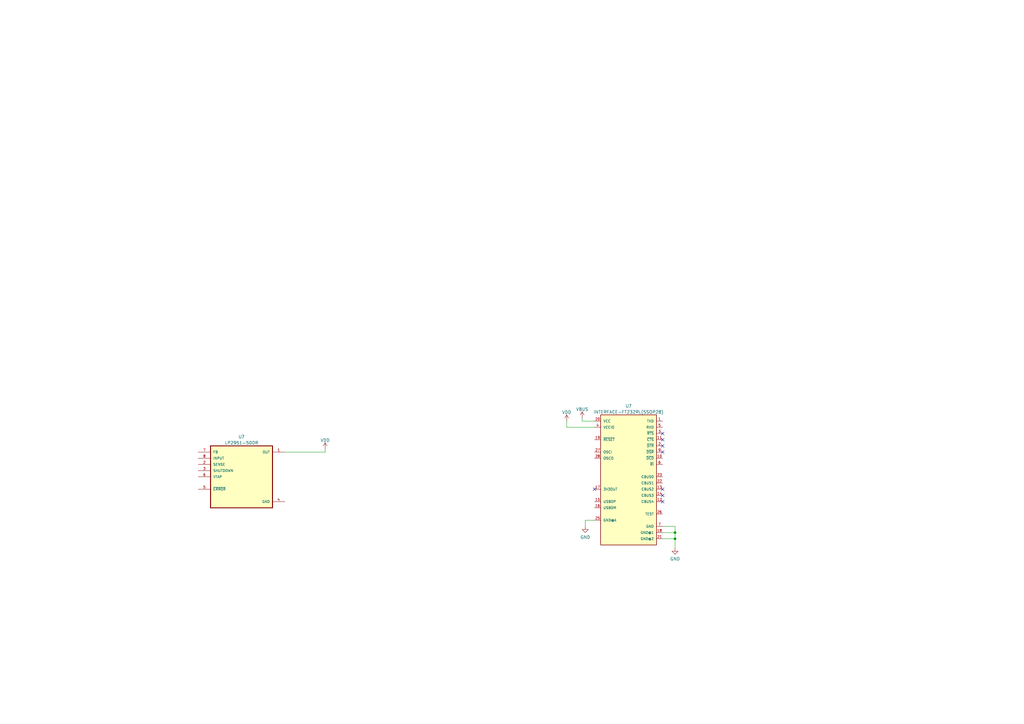
<source format=kicad_sch>
(kicad_sch (version 20211123) (generator eeschema)
  (paper "A3")
  (lib_symbols
    (symbol "IC:INTERFACE-FT232RL(SSOP28)" (pin_names (offset 1.016))
      (property "Reference" "U" (at -11.43 27.94 0))
      (property "Value" "INTERFACE-FT232RL(SSOP28)" (at -5.08 27.94 0))
      (symbol "INTERFACE-FT232RL(SSOP28)_0_0"
        (rectangle (start -11.43 -26.67) (end 11.43 26.67) (stroke (width 0.254)) (fill (type background)))
        (pin input line (at 13.97 24.13 180) (length 2.54) (name "TXD") (number "1"))
        (pin input line (at 13.97 8.89 180) (length 2.54) (name "~{DCD}") (number "10"))
        (pin input line (at 13.97 16.51 180) (length 2.54) (name "~{CTS}") (number "11"))
        (pin input line (at 13.97 -8.89 180) (length 2.54) (name "CBUS4") (number "12"))
        (pin input line (at 13.97 -3.81 180) (length 2.54) (name "CBUS2") (number "13"))
        (pin input line (at 13.97 -6.35 180) (length 2.54) (name "CBUS3") (number "14"))
        (pin input line (at -13.97 -8.89 0) (length 2.54) (name "USBDP") (number "15"))
        (pin input line (at -13.97 -11.43 0) (length 2.54) (name "USBDM") (number "16"))
        (pin input line (at -13.97 -3.81 0) (length 2.54) (name "3V3OUT") (number "17"))
        (pin input line (at 13.97 -21.59 180) (length 2.54) (name "GND@1") (number "18"))
        (pin input line (at -13.97 16.51 0) (length 2.54) (name "~{RESET}") (number "19"))
        (pin input line (at 13.97 13.97 180) (length 2.54) (name "~{DTR}") (number "2"))
        (pin input line (at -13.97 24.13 0) (length 2.54) (name "VCC") (number "20"))
        (pin input line (at 13.97 -24.13 180) (length 2.54) (name "GND@2") (number "21"))
        (pin input line (at 13.97 -1.27 180) (length 2.54) (name "CBUS1") (number "22"))
        (pin input line (at 13.97 1.27 180) (length 2.54) (name "CBUS0") (number "23"))
        (pin input line (at -13.97 -16.51 0) (length 2.54) (name "GND@A") (number "25"))
        (pin input line (at 13.97 -13.97 180) (length 2.54) (name "TEST") (number "26"))
        (pin input line (at -13.97 11.43 0) (length 2.54) (name "OSCI") (number "27"))
        (pin input line (at -13.97 8.89 0) (length 2.54) (name "OSCO") (number "28"))
        (pin input line (at 13.97 19.05 180) (length 2.54) (name "~{RTS}") (number "3"))
        (pin input line (at -13.97 21.59 0) (length 2.54) (name "VCCIO") (number "4"))
        (pin input line (at 13.97 21.59 180) (length 2.54) (name "RXD") (number "5"))
        (pin input line (at 13.97 6.35 180) (length 2.54) (name "~{RI}") (number "6"))
        (pin input line (at 13.97 -19.05 180) (length 2.54) (name "GND") (number "7"))
        (pin input line (at 13.97 11.43 180) (length 2.54) (name "~{DSR}") (number "9"))
      )
    )
    (symbol "IC:LP2951-50DR" (pin_names (offset 1.016))
      (property "Reference" "U" (at -12.7 13.6906 0))
      (property "Value" "LP2951-50DR" (at -12.7 -16.6878 0))
      (symbol "LP2951-50DR_0_0"
        (rectangle (start -12.7 -12.7) (end 12.7 12.7) (stroke (width 0.4064)) (fill (type background)))
        (pin output line (at 17.78 10.16 180) (length 5.08) (name "OUT") (number "1"))
        (pin input line (at -17.78 5.08 0) (length 5.08) (name "SENSE") (number "2"))
        (pin input line (at -17.78 2.54 0) (length 5.08) (name "SHUTDOWN") (number "3"))
        (pin power_in line (at 17.78 -10.16 180) (length 5.08) (name "GND") (number "4"))
        (pin bidirectional line (at -17.78 -5.08 0) (length 5.08) (name "~{ERROR}") (number "5"))
        (pin input line (at -17.78 0 0) (length 5.08) (name "VTAP") (number "6"))
        (pin input line (at -17.78 10.16 0) (length 5.08) (name "FB") (number "7"))
        (pin input line (at -17.78 7.62 0) (length 5.08) (name "INPUT") (number "8"))
      )
    )
    (symbol "power:GND" (power) (pin_names (offset 0))
      (property "Value" "GND" (at 0 -3.81 0))
      (symbol "GND_0_1"
        (polyline (pts (xy 0 0) (xy 0 -1.27) (xy 1.27 -1.27) (xy 0 -2.54) (xy -1.27 -1.27) (xy 0 -1.27)))
      )
      (symbol "GND_1_1"
        (pin power_in line (at 0 0 270) (length 0) hide (name "GND") (number "1"))
      )
    )
    (symbol "power:VBUS" (power) (pin_names (offset 0))
      (property "Value" "VBUS" (at 0 3.81 0))
      (symbol "VBUS_0_1"
        (polyline (pts (xy -0.762 1.27) (xy 0 2.54)))
        (polyline (pts (xy 0 0) (xy 0 2.54)))
        (polyline (pts (xy 0 2.54) (xy 0.762 1.27)))
      )
      (symbol "VBUS_1_1"
        (pin power_in line (at 0 0 90) (length 0) hide (name "VBUS") (number "1"))
      )
    )
    (symbol "power:VDD" (power) (pin_names (offset 0))
      (property "Value" "VDD" (at 0 3.81 0))
      (symbol "VDD_0_1"
        (polyline (pts (xy -0.762 1.27) (xy 0 2.54)))
        (polyline (pts (xy 0 0) (xy 0 2.54)))
        (polyline (pts (xy 0 2.54) (xy 0.762 1.27)))
      )
      (symbol "VDD_1_1"
        (pin power_in line (at 0 0 90) (length 0) hide (name "VDD") (number "1"))
      )
    )
  )
  (junction (at 276.86 220.98))
  (junction (at 276.86 218.44))
  (no_connect (at 271.78 177.8))
  (no_connect (at 271.78 205.74))
  (no_connect (at 271.78 180.34))
  (no_connect (at 271.78 185.42))
  (no_connect (at 271.78 182.88))
  (no_connect (at 243.84 200.66))
  (no_connect (at 271.78 200.66))
  (no_connect (at 271.78 203.2))
  (wire (pts (xy 276.86 220.98) (xy 276.86 218.44)))
  (wire (pts (xy 232.41 172.72) (xy 232.41 175.26)))
  (wire (pts (xy 276.86 224.79) (xy 276.86 220.98)))
  (wire (pts (xy 276.86 220.98) (xy 271.78 220.98)))
  (wire (pts (xy 116.84 185.42) (xy 133.35 185.42)))
  (wire (pts (xy 276.86 218.44) (xy 276.86 215.9)))
  (wire (pts (xy 238.76 172.72) (xy 243.84 172.72)))
  (wire (pts (xy 276.86 218.44) (xy 271.78 218.44)))
  (wire (pts (xy 240.03 213.36) (xy 243.84 213.36)))
  (wire (pts (xy 240.03 215.9) (xy 240.03 213.36)))
  (wire (pts (xy 232.41 175.26) (xy 243.84 175.26)))
  (wire (pts (xy 133.35 185.42) (xy 133.35 184.15)))
  (wire (pts (xy 238.76 171.45) (xy 238.76 172.72)))
  (wire (pts (xy 276.86 215.9) (xy 271.78 215.9)))
  (symbol (lib_id "power:GND") (at 276.86 224.79 0) (unit 1)
    (property "Reference" "#PWR?" (effects hide))
    (property "Value" "GND" (at 276.86 229.2334 0))
  )
  (symbol (lib_id "power:VDD") (at 232.41 172.72 0) (unit 1)
    (property "Reference" "#PWR?" (effects hide))
    (property "Value" "VDD" (at 232.41 169.1442 0))
  )
  (symbol (lib_id "IC:LP2951-50DR") (at 99.06 195.58 0) (unit 1)
    (property "Reference" "U?" (at 99.06 179.104 0))
    (property "Value" "LP2951-50DR" (at 99.06 181.6409 0))
    (property "Footprint" "SOIC127P599X175-8N" (effects hide))
    (property "Datasheet" "https://datasheet.lcsc.com/lcsc/1912111437_Texas-Instruments-LP2951-50DR_C109380.pdf" (effects hide))
  )
  (symbol (lib_id "power:VDD") (at 133.35 184.15 0) (unit 1)
    (property "Reference" "#PWR?" (effects hide))
    (property "Value" "VDD" (at 133.35 180.5742 0))
  )
  (symbol (lib_id "power:GND") (at 240.03 215.9 0) (unit 1)
    (property "Reference" "#PWR?" (effects hide))
    (property "Value" "GND" (at 240.03 220.3434 0))
  )
  (symbol (lib_id "power:VBUS") (at 238.76 171.45 0) (unit 1)
    (property "Reference" "#PWR?" (effects hide))
    (property "Value" "VBUS" (at 238.76 167.8742 0))
  )
  (symbol (lib_id "IC:INTERFACE-FT232RL(SSOP28)") (at 257.81 196.85 0) (unit 1)
    (property "Reference" "U?" (at 257.81 166.4802 0))
    (property "Value" "INTERFACE-FT232RL(SSOP28)" (at 257.81 169.0171 0))
    (property "Footprint" "SSOP28-0.65-10.2X5.2MM" (effects hide))
    (property "Datasheet" "https://datasheet.lcsc.com/lcsc/1809191813_FTDI-FT232RQ-REEL_C14090.pdf" (effects hide))
    (property "VALUE" "FT232RL-SSOP28" (effects hide))
    (property "MPN" "FT232RL" (effects hide))
  )
)
</source>
